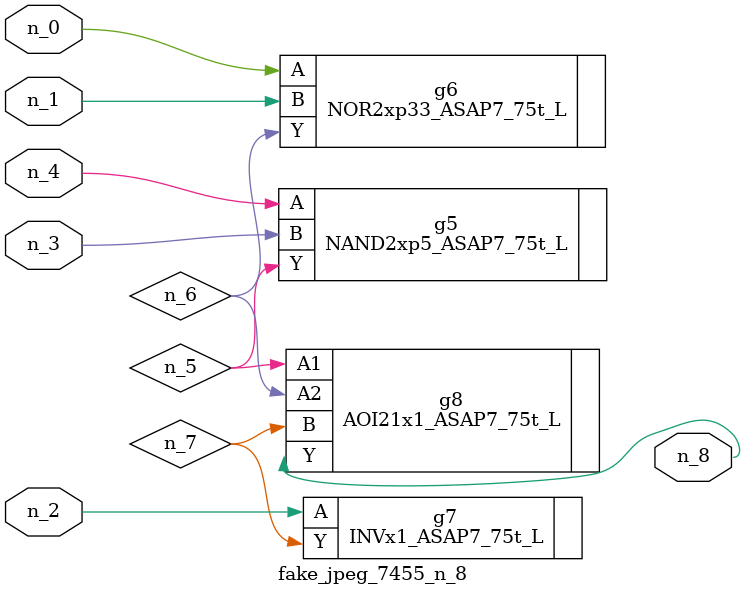
<source format=v>
module fake_jpeg_7455_n_8 (n_3, n_2, n_1, n_0, n_4, n_8);

input n_3;
input n_2;
input n_1;
input n_0;
input n_4;

output n_8;

wire n_6;
wire n_5;
wire n_7;

NAND2xp5_ASAP7_75t_L g5 ( 
.A(n_4),
.B(n_3),
.Y(n_5)
);

NOR2xp33_ASAP7_75t_L g6 ( 
.A(n_0),
.B(n_1),
.Y(n_6)
);

INVx1_ASAP7_75t_L g7 ( 
.A(n_2),
.Y(n_7)
);

AOI21x1_ASAP7_75t_L g8 ( 
.A1(n_5),
.A2(n_6),
.B(n_7),
.Y(n_8)
);


endmodule
</source>
